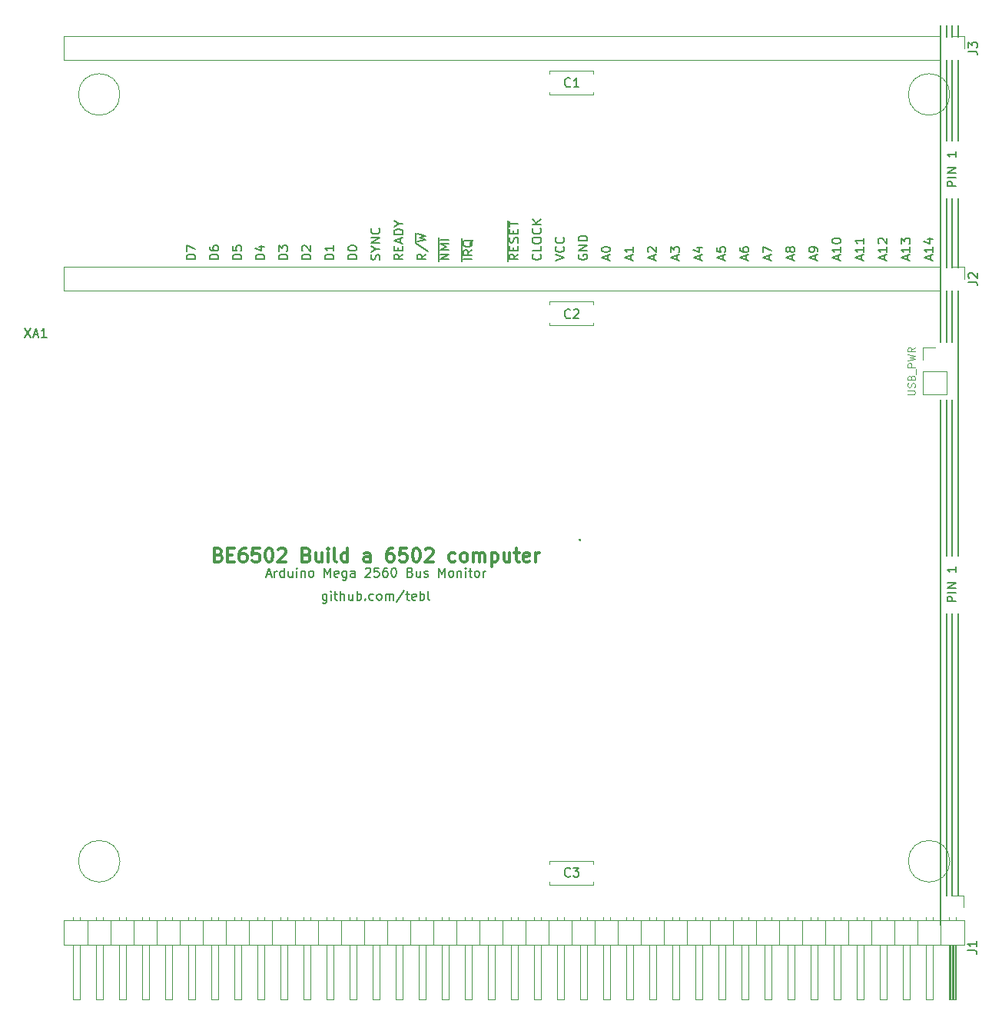
<source format=gto>
G04 #@! TF.FileFunction,Legend,Top*
%FSLAX46Y46*%
G04 Gerber Fmt 4.6, Leading zero omitted, Abs format (unit mm)*
G04 Created by KiCad (PCBNEW 4.0.7) date 11/17/19 02:37:22*
%MOMM*%
%LPD*%
G01*
G04 APERTURE LIST*
%ADD10C,0.100000*%
%ADD11C,0.150000*%
%ADD12C,0.300000*%
%ADD13C,0.200000*%
%ADD14C,0.120000*%
G04 APERTURE END LIST*
D10*
D11*
X129215238Y-110910714D02*
X129215238Y-111720238D01*
X129167619Y-111815476D01*
X129120000Y-111863095D01*
X129024761Y-111910714D01*
X128881904Y-111910714D01*
X128786666Y-111863095D01*
X129215238Y-111529762D02*
X129120000Y-111577381D01*
X128929523Y-111577381D01*
X128834285Y-111529762D01*
X128786666Y-111482143D01*
X128739047Y-111386905D01*
X128739047Y-111101190D01*
X128786666Y-111005952D01*
X128834285Y-110958333D01*
X128929523Y-110910714D01*
X129120000Y-110910714D01*
X129215238Y-110958333D01*
X129691428Y-111577381D02*
X129691428Y-110910714D01*
X129691428Y-110577381D02*
X129643809Y-110625000D01*
X129691428Y-110672619D01*
X129739047Y-110625000D01*
X129691428Y-110577381D01*
X129691428Y-110672619D01*
X130024761Y-110910714D02*
X130405713Y-110910714D01*
X130167618Y-110577381D02*
X130167618Y-111434524D01*
X130215237Y-111529762D01*
X130310475Y-111577381D01*
X130405713Y-111577381D01*
X130739047Y-111577381D02*
X130739047Y-110577381D01*
X131167619Y-111577381D02*
X131167619Y-111053571D01*
X131120000Y-110958333D01*
X131024762Y-110910714D01*
X130881904Y-110910714D01*
X130786666Y-110958333D01*
X130739047Y-111005952D01*
X132072381Y-110910714D02*
X132072381Y-111577381D01*
X131643809Y-110910714D02*
X131643809Y-111434524D01*
X131691428Y-111529762D01*
X131786666Y-111577381D01*
X131929524Y-111577381D01*
X132024762Y-111529762D01*
X132072381Y-111482143D01*
X132548571Y-111577381D02*
X132548571Y-110577381D01*
X132548571Y-110958333D02*
X132643809Y-110910714D01*
X132834286Y-110910714D01*
X132929524Y-110958333D01*
X132977143Y-111005952D01*
X133024762Y-111101190D01*
X133024762Y-111386905D01*
X132977143Y-111482143D01*
X132929524Y-111529762D01*
X132834286Y-111577381D01*
X132643809Y-111577381D01*
X132548571Y-111529762D01*
X133453333Y-111482143D02*
X133500952Y-111529762D01*
X133453333Y-111577381D01*
X133405714Y-111529762D01*
X133453333Y-111482143D01*
X133453333Y-111577381D01*
X134358095Y-111529762D02*
X134262857Y-111577381D01*
X134072380Y-111577381D01*
X133977142Y-111529762D01*
X133929523Y-111482143D01*
X133881904Y-111386905D01*
X133881904Y-111101190D01*
X133929523Y-111005952D01*
X133977142Y-110958333D01*
X134072380Y-110910714D01*
X134262857Y-110910714D01*
X134358095Y-110958333D01*
X134929523Y-111577381D02*
X134834285Y-111529762D01*
X134786666Y-111482143D01*
X134739047Y-111386905D01*
X134739047Y-111101190D01*
X134786666Y-111005952D01*
X134834285Y-110958333D01*
X134929523Y-110910714D01*
X135072381Y-110910714D01*
X135167619Y-110958333D01*
X135215238Y-111005952D01*
X135262857Y-111101190D01*
X135262857Y-111386905D01*
X135215238Y-111482143D01*
X135167619Y-111529762D01*
X135072381Y-111577381D01*
X134929523Y-111577381D01*
X135691428Y-111577381D02*
X135691428Y-110910714D01*
X135691428Y-111005952D02*
X135739047Y-110958333D01*
X135834285Y-110910714D01*
X135977143Y-110910714D01*
X136072381Y-110958333D01*
X136120000Y-111053571D01*
X136120000Y-111577381D01*
X136120000Y-111053571D02*
X136167619Y-110958333D01*
X136262857Y-110910714D01*
X136405714Y-110910714D01*
X136500952Y-110958333D01*
X136548571Y-111053571D01*
X136548571Y-111577381D01*
X137739047Y-110529762D02*
X136881904Y-111815476D01*
X137929523Y-110910714D02*
X138310475Y-110910714D01*
X138072380Y-110577381D02*
X138072380Y-111434524D01*
X138119999Y-111529762D01*
X138215237Y-111577381D01*
X138310475Y-111577381D01*
X139024762Y-111529762D02*
X138929524Y-111577381D01*
X138739047Y-111577381D01*
X138643809Y-111529762D01*
X138596190Y-111434524D01*
X138596190Y-111053571D01*
X138643809Y-110958333D01*
X138739047Y-110910714D01*
X138929524Y-110910714D01*
X139024762Y-110958333D01*
X139072381Y-111053571D01*
X139072381Y-111148810D01*
X138596190Y-111244048D01*
X139500952Y-111577381D02*
X139500952Y-110577381D01*
X139500952Y-110958333D02*
X139596190Y-110910714D01*
X139786667Y-110910714D01*
X139881905Y-110958333D01*
X139929524Y-111005952D01*
X139977143Y-111101190D01*
X139977143Y-111386905D01*
X139929524Y-111482143D01*
X139881905Y-111529762D01*
X139786667Y-111577381D01*
X139596190Y-111577381D01*
X139500952Y-111529762D01*
X140548571Y-111577381D02*
X140453333Y-111529762D01*
X140405714Y-111434524D01*
X140405714Y-110577381D01*
X122572380Y-108751667D02*
X123048571Y-108751667D01*
X122477142Y-109037381D02*
X122810475Y-108037381D01*
X123143809Y-109037381D01*
X123477142Y-109037381D02*
X123477142Y-108370714D01*
X123477142Y-108561190D02*
X123524761Y-108465952D01*
X123572380Y-108418333D01*
X123667618Y-108370714D01*
X123762857Y-108370714D01*
X124524762Y-109037381D02*
X124524762Y-108037381D01*
X124524762Y-108989762D02*
X124429524Y-109037381D01*
X124239047Y-109037381D01*
X124143809Y-108989762D01*
X124096190Y-108942143D01*
X124048571Y-108846905D01*
X124048571Y-108561190D01*
X124096190Y-108465952D01*
X124143809Y-108418333D01*
X124239047Y-108370714D01*
X124429524Y-108370714D01*
X124524762Y-108418333D01*
X125429524Y-108370714D02*
X125429524Y-109037381D01*
X125000952Y-108370714D02*
X125000952Y-108894524D01*
X125048571Y-108989762D01*
X125143809Y-109037381D01*
X125286667Y-109037381D01*
X125381905Y-108989762D01*
X125429524Y-108942143D01*
X125905714Y-109037381D02*
X125905714Y-108370714D01*
X125905714Y-108037381D02*
X125858095Y-108085000D01*
X125905714Y-108132619D01*
X125953333Y-108085000D01*
X125905714Y-108037381D01*
X125905714Y-108132619D01*
X126381904Y-108370714D02*
X126381904Y-109037381D01*
X126381904Y-108465952D02*
X126429523Y-108418333D01*
X126524761Y-108370714D01*
X126667619Y-108370714D01*
X126762857Y-108418333D01*
X126810476Y-108513571D01*
X126810476Y-109037381D01*
X127429523Y-109037381D02*
X127334285Y-108989762D01*
X127286666Y-108942143D01*
X127239047Y-108846905D01*
X127239047Y-108561190D01*
X127286666Y-108465952D01*
X127334285Y-108418333D01*
X127429523Y-108370714D01*
X127572381Y-108370714D01*
X127667619Y-108418333D01*
X127715238Y-108465952D01*
X127762857Y-108561190D01*
X127762857Y-108846905D01*
X127715238Y-108942143D01*
X127667619Y-108989762D01*
X127572381Y-109037381D01*
X127429523Y-109037381D01*
X128953333Y-109037381D02*
X128953333Y-108037381D01*
X129286667Y-108751667D01*
X129620000Y-108037381D01*
X129620000Y-109037381D01*
X130477143Y-108989762D02*
X130381905Y-109037381D01*
X130191428Y-109037381D01*
X130096190Y-108989762D01*
X130048571Y-108894524D01*
X130048571Y-108513571D01*
X130096190Y-108418333D01*
X130191428Y-108370714D01*
X130381905Y-108370714D01*
X130477143Y-108418333D01*
X130524762Y-108513571D01*
X130524762Y-108608810D01*
X130048571Y-108704048D01*
X131381905Y-108370714D02*
X131381905Y-109180238D01*
X131334286Y-109275476D01*
X131286667Y-109323095D01*
X131191428Y-109370714D01*
X131048571Y-109370714D01*
X130953333Y-109323095D01*
X131381905Y-108989762D02*
X131286667Y-109037381D01*
X131096190Y-109037381D01*
X131000952Y-108989762D01*
X130953333Y-108942143D01*
X130905714Y-108846905D01*
X130905714Y-108561190D01*
X130953333Y-108465952D01*
X131000952Y-108418333D01*
X131096190Y-108370714D01*
X131286667Y-108370714D01*
X131381905Y-108418333D01*
X132286667Y-109037381D02*
X132286667Y-108513571D01*
X132239048Y-108418333D01*
X132143810Y-108370714D01*
X131953333Y-108370714D01*
X131858095Y-108418333D01*
X132286667Y-108989762D02*
X132191429Y-109037381D01*
X131953333Y-109037381D01*
X131858095Y-108989762D01*
X131810476Y-108894524D01*
X131810476Y-108799286D01*
X131858095Y-108704048D01*
X131953333Y-108656429D01*
X132191429Y-108656429D01*
X132286667Y-108608810D01*
X133477143Y-108132619D02*
X133524762Y-108085000D01*
X133620000Y-108037381D01*
X133858096Y-108037381D01*
X133953334Y-108085000D01*
X134000953Y-108132619D01*
X134048572Y-108227857D01*
X134048572Y-108323095D01*
X134000953Y-108465952D01*
X133429524Y-109037381D01*
X134048572Y-109037381D01*
X134953334Y-108037381D02*
X134477143Y-108037381D01*
X134429524Y-108513571D01*
X134477143Y-108465952D01*
X134572381Y-108418333D01*
X134810477Y-108418333D01*
X134905715Y-108465952D01*
X134953334Y-108513571D01*
X135000953Y-108608810D01*
X135000953Y-108846905D01*
X134953334Y-108942143D01*
X134905715Y-108989762D01*
X134810477Y-109037381D01*
X134572381Y-109037381D01*
X134477143Y-108989762D01*
X134429524Y-108942143D01*
X135858096Y-108037381D02*
X135667619Y-108037381D01*
X135572381Y-108085000D01*
X135524762Y-108132619D01*
X135429524Y-108275476D01*
X135381905Y-108465952D01*
X135381905Y-108846905D01*
X135429524Y-108942143D01*
X135477143Y-108989762D01*
X135572381Y-109037381D01*
X135762858Y-109037381D01*
X135858096Y-108989762D01*
X135905715Y-108942143D01*
X135953334Y-108846905D01*
X135953334Y-108608810D01*
X135905715Y-108513571D01*
X135858096Y-108465952D01*
X135762858Y-108418333D01*
X135572381Y-108418333D01*
X135477143Y-108465952D01*
X135429524Y-108513571D01*
X135381905Y-108608810D01*
X136572381Y-108037381D02*
X136667620Y-108037381D01*
X136762858Y-108085000D01*
X136810477Y-108132619D01*
X136858096Y-108227857D01*
X136905715Y-108418333D01*
X136905715Y-108656429D01*
X136858096Y-108846905D01*
X136810477Y-108942143D01*
X136762858Y-108989762D01*
X136667620Y-109037381D01*
X136572381Y-109037381D01*
X136477143Y-108989762D01*
X136429524Y-108942143D01*
X136381905Y-108846905D01*
X136334286Y-108656429D01*
X136334286Y-108418333D01*
X136381905Y-108227857D01*
X136429524Y-108132619D01*
X136477143Y-108085000D01*
X136572381Y-108037381D01*
X138429525Y-108513571D02*
X138572382Y-108561190D01*
X138620001Y-108608810D01*
X138667620Y-108704048D01*
X138667620Y-108846905D01*
X138620001Y-108942143D01*
X138572382Y-108989762D01*
X138477144Y-109037381D01*
X138096191Y-109037381D01*
X138096191Y-108037381D01*
X138429525Y-108037381D01*
X138524763Y-108085000D01*
X138572382Y-108132619D01*
X138620001Y-108227857D01*
X138620001Y-108323095D01*
X138572382Y-108418333D01*
X138524763Y-108465952D01*
X138429525Y-108513571D01*
X138096191Y-108513571D01*
X139524763Y-108370714D02*
X139524763Y-109037381D01*
X139096191Y-108370714D02*
X139096191Y-108894524D01*
X139143810Y-108989762D01*
X139239048Y-109037381D01*
X139381906Y-109037381D01*
X139477144Y-108989762D01*
X139524763Y-108942143D01*
X139953334Y-108989762D02*
X140048572Y-109037381D01*
X140239048Y-109037381D01*
X140334287Y-108989762D01*
X140381906Y-108894524D01*
X140381906Y-108846905D01*
X140334287Y-108751667D01*
X140239048Y-108704048D01*
X140096191Y-108704048D01*
X140000953Y-108656429D01*
X139953334Y-108561190D01*
X139953334Y-108513571D01*
X140000953Y-108418333D01*
X140096191Y-108370714D01*
X140239048Y-108370714D01*
X140334287Y-108418333D01*
X141572382Y-109037381D02*
X141572382Y-108037381D01*
X141905716Y-108751667D01*
X142239049Y-108037381D01*
X142239049Y-109037381D01*
X142858096Y-109037381D02*
X142762858Y-108989762D01*
X142715239Y-108942143D01*
X142667620Y-108846905D01*
X142667620Y-108561190D01*
X142715239Y-108465952D01*
X142762858Y-108418333D01*
X142858096Y-108370714D01*
X143000954Y-108370714D01*
X143096192Y-108418333D01*
X143143811Y-108465952D01*
X143191430Y-108561190D01*
X143191430Y-108846905D01*
X143143811Y-108942143D01*
X143096192Y-108989762D01*
X143000954Y-109037381D01*
X142858096Y-109037381D01*
X143620001Y-108370714D02*
X143620001Y-109037381D01*
X143620001Y-108465952D02*
X143667620Y-108418333D01*
X143762858Y-108370714D01*
X143905716Y-108370714D01*
X144000954Y-108418333D01*
X144048573Y-108513571D01*
X144048573Y-109037381D01*
X144524763Y-109037381D02*
X144524763Y-108370714D01*
X144524763Y-108037381D02*
X144477144Y-108085000D01*
X144524763Y-108132619D01*
X144572382Y-108085000D01*
X144524763Y-108037381D01*
X144524763Y-108132619D01*
X144858096Y-108370714D02*
X145239048Y-108370714D01*
X145000953Y-108037381D02*
X145000953Y-108894524D01*
X145048572Y-108989762D01*
X145143810Y-109037381D01*
X145239048Y-109037381D01*
X145715239Y-109037381D02*
X145620001Y-108989762D01*
X145572382Y-108942143D01*
X145524763Y-108846905D01*
X145524763Y-108561190D01*
X145572382Y-108465952D01*
X145620001Y-108418333D01*
X145715239Y-108370714D01*
X145858097Y-108370714D01*
X145953335Y-108418333D01*
X146000954Y-108465952D01*
X146048573Y-108561190D01*
X146048573Y-108846905D01*
X146000954Y-108942143D01*
X145953335Y-108989762D01*
X145858097Y-109037381D01*
X145715239Y-109037381D01*
X146477144Y-109037381D02*
X146477144Y-108370714D01*
X146477144Y-108561190D02*
X146524763Y-108465952D01*
X146572382Y-108418333D01*
X146667620Y-108370714D01*
X146762859Y-108370714D01*
D12*
X117298574Y-106572857D02*
X117512860Y-106644286D01*
X117584288Y-106715714D01*
X117655717Y-106858571D01*
X117655717Y-107072857D01*
X117584288Y-107215714D01*
X117512860Y-107287143D01*
X117370002Y-107358571D01*
X116798574Y-107358571D01*
X116798574Y-105858571D01*
X117298574Y-105858571D01*
X117441431Y-105930000D01*
X117512860Y-106001429D01*
X117584288Y-106144286D01*
X117584288Y-106287143D01*
X117512860Y-106430000D01*
X117441431Y-106501429D01*
X117298574Y-106572857D01*
X116798574Y-106572857D01*
X118298574Y-106572857D02*
X118798574Y-106572857D01*
X119012860Y-107358571D02*
X118298574Y-107358571D01*
X118298574Y-105858571D01*
X119012860Y-105858571D01*
X120298574Y-105858571D02*
X120012860Y-105858571D01*
X119870003Y-105930000D01*
X119798574Y-106001429D01*
X119655717Y-106215714D01*
X119584288Y-106501429D01*
X119584288Y-107072857D01*
X119655717Y-107215714D01*
X119727145Y-107287143D01*
X119870003Y-107358571D01*
X120155717Y-107358571D01*
X120298574Y-107287143D01*
X120370003Y-107215714D01*
X120441431Y-107072857D01*
X120441431Y-106715714D01*
X120370003Y-106572857D01*
X120298574Y-106501429D01*
X120155717Y-106430000D01*
X119870003Y-106430000D01*
X119727145Y-106501429D01*
X119655717Y-106572857D01*
X119584288Y-106715714D01*
X121798574Y-105858571D02*
X121084288Y-105858571D01*
X121012859Y-106572857D01*
X121084288Y-106501429D01*
X121227145Y-106430000D01*
X121584288Y-106430000D01*
X121727145Y-106501429D01*
X121798574Y-106572857D01*
X121870002Y-106715714D01*
X121870002Y-107072857D01*
X121798574Y-107215714D01*
X121727145Y-107287143D01*
X121584288Y-107358571D01*
X121227145Y-107358571D01*
X121084288Y-107287143D01*
X121012859Y-107215714D01*
X122798573Y-105858571D02*
X122941430Y-105858571D01*
X123084287Y-105930000D01*
X123155716Y-106001429D01*
X123227145Y-106144286D01*
X123298573Y-106430000D01*
X123298573Y-106787143D01*
X123227145Y-107072857D01*
X123155716Y-107215714D01*
X123084287Y-107287143D01*
X122941430Y-107358571D01*
X122798573Y-107358571D01*
X122655716Y-107287143D01*
X122584287Y-107215714D01*
X122512859Y-107072857D01*
X122441430Y-106787143D01*
X122441430Y-106430000D01*
X122512859Y-106144286D01*
X122584287Y-106001429D01*
X122655716Y-105930000D01*
X122798573Y-105858571D01*
X123870001Y-106001429D02*
X123941430Y-105930000D01*
X124084287Y-105858571D01*
X124441430Y-105858571D01*
X124584287Y-105930000D01*
X124655716Y-106001429D01*
X124727144Y-106144286D01*
X124727144Y-106287143D01*
X124655716Y-106501429D01*
X123798573Y-107358571D01*
X124727144Y-107358571D01*
X127012858Y-106572857D02*
X127227144Y-106644286D01*
X127298572Y-106715714D01*
X127370001Y-106858571D01*
X127370001Y-107072857D01*
X127298572Y-107215714D01*
X127227144Y-107287143D01*
X127084286Y-107358571D01*
X126512858Y-107358571D01*
X126512858Y-105858571D01*
X127012858Y-105858571D01*
X127155715Y-105930000D01*
X127227144Y-106001429D01*
X127298572Y-106144286D01*
X127298572Y-106287143D01*
X127227144Y-106430000D01*
X127155715Y-106501429D01*
X127012858Y-106572857D01*
X126512858Y-106572857D01*
X128655715Y-106358571D02*
X128655715Y-107358571D01*
X128012858Y-106358571D02*
X128012858Y-107144286D01*
X128084286Y-107287143D01*
X128227144Y-107358571D01*
X128441429Y-107358571D01*
X128584286Y-107287143D01*
X128655715Y-107215714D01*
X129370001Y-107358571D02*
X129370001Y-106358571D01*
X129370001Y-105858571D02*
X129298572Y-105930000D01*
X129370001Y-106001429D01*
X129441429Y-105930000D01*
X129370001Y-105858571D01*
X129370001Y-106001429D01*
X130298573Y-107358571D02*
X130155715Y-107287143D01*
X130084287Y-107144286D01*
X130084287Y-105858571D01*
X131512858Y-107358571D02*
X131512858Y-105858571D01*
X131512858Y-107287143D02*
X131370001Y-107358571D01*
X131084287Y-107358571D01*
X130941429Y-107287143D01*
X130870001Y-107215714D01*
X130798572Y-107072857D01*
X130798572Y-106644286D01*
X130870001Y-106501429D01*
X130941429Y-106430000D01*
X131084287Y-106358571D01*
X131370001Y-106358571D01*
X131512858Y-106430000D01*
X134012858Y-107358571D02*
X134012858Y-106572857D01*
X133941429Y-106430000D01*
X133798572Y-106358571D01*
X133512858Y-106358571D01*
X133370001Y-106430000D01*
X134012858Y-107287143D02*
X133870001Y-107358571D01*
X133512858Y-107358571D01*
X133370001Y-107287143D01*
X133298572Y-107144286D01*
X133298572Y-107001429D01*
X133370001Y-106858571D01*
X133512858Y-106787143D01*
X133870001Y-106787143D01*
X134012858Y-106715714D01*
X136512858Y-105858571D02*
X136227144Y-105858571D01*
X136084287Y-105930000D01*
X136012858Y-106001429D01*
X135870001Y-106215714D01*
X135798572Y-106501429D01*
X135798572Y-107072857D01*
X135870001Y-107215714D01*
X135941429Y-107287143D01*
X136084287Y-107358571D01*
X136370001Y-107358571D01*
X136512858Y-107287143D01*
X136584287Y-107215714D01*
X136655715Y-107072857D01*
X136655715Y-106715714D01*
X136584287Y-106572857D01*
X136512858Y-106501429D01*
X136370001Y-106430000D01*
X136084287Y-106430000D01*
X135941429Y-106501429D01*
X135870001Y-106572857D01*
X135798572Y-106715714D01*
X138012858Y-105858571D02*
X137298572Y-105858571D01*
X137227143Y-106572857D01*
X137298572Y-106501429D01*
X137441429Y-106430000D01*
X137798572Y-106430000D01*
X137941429Y-106501429D01*
X138012858Y-106572857D01*
X138084286Y-106715714D01*
X138084286Y-107072857D01*
X138012858Y-107215714D01*
X137941429Y-107287143D01*
X137798572Y-107358571D01*
X137441429Y-107358571D01*
X137298572Y-107287143D01*
X137227143Y-107215714D01*
X139012857Y-105858571D02*
X139155714Y-105858571D01*
X139298571Y-105930000D01*
X139370000Y-106001429D01*
X139441429Y-106144286D01*
X139512857Y-106430000D01*
X139512857Y-106787143D01*
X139441429Y-107072857D01*
X139370000Y-107215714D01*
X139298571Y-107287143D01*
X139155714Y-107358571D01*
X139012857Y-107358571D01*
X138870000Y-107287143D01*
X138798571Y-107215714D01*
X138727143Y-107072857D01*
X138655714Y-106787143D01*
X138655714Y-106430000D01*
X138727143Y-106144286D01*
X138798571Y-106001429D01*
X138870000Y-105930000D01*
X139012857Y-105858571D01*
X140084285Y-106001429D02*
X140155714Y-105930000D01*
X140298571Y-105858571D01*
X140655714Y-105858571D01*
X140798571Y-105930000D01*
X140870000Y-106001429D01*
X140941428Y-106144286D01*
X140941428Y-106287143D01*
X140870000Y-106501429D01*
X140012857Y-107358571D01*
X140941428Y-107358571D01*
X143369999Y-107287143D02*
X143227142Y-107358571D01*
X142941428Y-107358571D01*
X142798570Y-107287143D01*
X142727142Y-107215714D01*
X142655713Y-107072857D01*
X142655713Y-106644286D01*
X142727142Y-106501429D01*
X142798570Y-106430000D01*
X142941428Y-106358571D01*
X143227142Y-106358571D01*
X143369999Y-106430000D01*
X144227142Y-107358571D02*
X144084284Y-107287143D01*
X144012856Y-107215714D01*
X143941427Y-107072857D01*
X143941427Y-106644286D01*
X144012856Y-106501429D01*
X144084284Y-106430000D01*
X144227142Y-106358571D01*
X144441427Y-106358571D01*
X144584284Y-106430000D01*
X144655713Y-106501429D01*
X144727142Y-106644286D01*
X144727142Y-107072857D01*
X144655713Y-107215714D01*
X144584284Y-107287143D01*
X144441427Y-107358571D01*
X144227142Y-107358571D01*
X145369999Y-107358571D02*
X145369999Y-106358571D01*
X145369999Y-106501429D02*
X145441427Y-106430000D01*
X145584285Y-106358571D01*
X145798570Y-106358571D01*
X145941427Y-106430000D01*
X146012856Y-106572857D01*
X146012856Y-107358571D01*
X146012856Y-106572857D02*
X146084285Y-106430000D01*
X146227142Y-106358571D01*
X146441427Y-106358571D01*
X146584285Y-106430000D01*
X146655713Y-106572857D01*
X146655713Y-107358571D01*
X147369999Y-106358571D02*
X147369999Y-107858571D01*
X147369999Y-106430000D02*
X147512856Y-106358571D01*
X147798570Y-106358571D01*
X147941427Y-106430000D01*
X148012856Y-106501429D01*
X148084285Y-106644286D01*
X148084285Y-107072857D01*
X148012856Y-107215714D01*
X147941427Y-107287143D01*
X147798570Y-107358571D01*
X147512856Y-107358571D01*
X147369999Y-107287143D01*
X149369999Y-106358571D02*
X149369999Y-107358571D01*
X148727142Y-106358571D02*
X148727142Y-107144286D01*
X148798570Y-107287143D01*
X148941428Y-107358571D01*
X149155713Y-107358571D01*
X149298570Y-107287143D01*
X149369999Y-107215714D01*
X149869999Y-106358571D02*
X150441428Y-106358571D01*
X150084285Y-105858571D02*
X150084285Y-107144286D01*
X150155713Y-107287143D01*
X150298571Y-107358571D01*
X150441428Y-107358571D01*
X151512856Y-107287143D02*
X151369999Y-107358571D01*
X151084285Y-107358571D01*
X150941428Y-107287143D01*
X150869999Y-107144286D01*
X150869999Y-106572857D01*
X150941428Y-106430000D01*
X151084285Y-106358571D01*
X151369999Y-106358571D01*
X151512856Y-106430000D01*
X151584285Y-106572857D01*
X151584285Y-106715714D01*
X150869999Y-106858571D01*
X152227142Y-107358571D02*
X152227142Y-106358571D01*
X152227142Y-106644286D02*
X152298570Y-106501429D01*
X152369999Y-106430000D01*
X152512856Y-106358571D01*
X152655713Y-106358571D01*
D11*
X135024762Y-74104524D02*
X135072381Y-73961667D01*
X135072381Y-73723571D01*
X135024762Y-73628333D01*
X134977143Y-73580714D01*
X134881905Y-73533095D01*
X134786667Y-73533095D01*
X134691429Y-73580714D01*
X134643810Y-73628333D01*
X134596190Y-73723571D01*
X134548571Y-73914048D01*
X134500952Y-74009286D01*
X134453333Y-74056905D01*
X134358095Y-74104524D01*
X134262857Y-74104524D01*
X134167619Y-74056905D01*
X134120000Y-74009286D01*
X134072381Y-73914048D01*
X134072381Y-73675952D01*
X134120000Y-73533095D01*
X134596190Y-72914048D02*
X135072381Y-72914048D01*
X134072381Y-73247381D02*
X134596190Y-72914048D01*
X134072381Y-72580714D01*
X135072381Y-72247381D02*
X134072381Y-72247381D01*
X135072381Y-71675952D01*
X134072381Y-71675952D01*
X134977143Y-70628333D02*
X135024762Y-70675952D01*
X135072381Y-70818809D01*
X135072381Y-70914047D01*
X135024762Y-71056905D01*
X134929524Y-71152143D01*
X134834286Y-71199762D01*
X134643810Y-71247381D01*
X134500952Y-71247381D01*
X134310476Y-71199762D01*
X134215238Y-71152143D01*
X134120000Y-71056905D01*
X134072381Y-70914047D01*
X134072381Y-70818809D01*
X134120000Y-70675952D01*
X134167619Y-70628333D01*
X137612381Y-73485476D02*
X137136190Y-73818810D01*
X137612381Y-74056905D02*
X136612381Y-74056905D01*
X136612381Y-73675952D01*
X136660000Y-73580714D01*
X136707619Y-73533095D01*
X136802857Y-73485476D01*
X136945714Y-73485476D01*
X137040952Y-73533095D01*
X137088571Y-73580714D01*
X137136190Y-73675952D01*
X137136190Y-74056905D01*
X137088571Y-73056905D02*
X137088571Y-72723571D01*
X137612381Y-72580714D02*
X137612381Y-73056905D01*
X136612381Y-73056905D01*
X136612381Y-72580714D01*
X137326667Y-72199762D02*
X137326667Y-71723571D01*
X137612381Y-72295000D02*
X136612381Y-71961667D01*
X137612381Y-71628333D01*
X137612381Y-71295000D02*
X136612381Y-71295000D01*
X136612381Y-71056905D01*
X136660000Y-70914047D01*
X136755238Y-70818809D01*
X136850476Y-70771190D01*
X137040952Y-70723571D01*
X137183810Y-70723571D01*
X137374286Y-70771190D01*
X137469524Y-70818809D01*
X137564762Y-70914047D01*
X137612381Y-71056905D01*
X137612381Y-71295000D01*
X137136190Y-70104524D02*
X137612381Y-70104524D01*
X136612381Y-70437857D02*
X137136190Y-70104524D01*
X136612381Y-69771190D01*
X140152381Y-73485476D02*
X139676190Y-73818810D01*
X140152381Y-74056905D02*
X139152381Y-74056905D01*
X139152381Y-73675952D01*
X139200000Y-73580714D01*
X139247619Y-73533095D01*
X139342857Y-73485476D01*
X139485714Y-73485476D01*
X139580952Y-73533095D01*
X139628571Y-73580714D01*
X139676190Y-73675952D01*
X139676190Y-74056905D01*
X139104762Y-72342619D02*
X140390476Y-73199762D01*
X139152381Y-72104524D02*
X140152381Y-71866429D01*
X139438095Y-71675952D01*
X140152381Y-71485476D01*
X139152381Y-71247381D01*
X138980000Y-72247381D02*
X138980000Y-71104524D01*
X142692381Y-74056905D02*
X141692381Y-74056905D01*
X142692381Y-73485476D01*
X141692381Y-73485476D01*
X142692381Y-73009286D02*
X141692381Y-73009286D01*
X142406667Y-72675952D01*
X141692381Y-72342619D01*
X142692381Y-72342619D01*
X142692381Y-71866429D02*
X141692381Y-71866429D01*
X141520000Y-74295000D02*
X141520000Y-71628334D01*
X145232381Y-74056905D02*
X144232381Y-74056905D01*
X145232381Y-73009286D02*
X144756190Y-73342620D01*
X145232381Y-73580715D02*
X144232381Y-73580715D01*
X144232381Y-73199762D01*
X144280000Y-73104524D01*
X144327619Y-73056905D01*
X144422857Y-73009286D01*
X144565714Y-73009286D01*
X144660952Y-73056905D01*
X144708571Y-73104524D01*
X144756190Y-73199762D01*
X144756190Y-73580715D01*
X145327619Y-71914048D02*
X145280000Y-72009286D01*
X145184762Y-72104524D01*
X145041905Y-72247381D01*
X144994286Y-72342620D01*
X144994286Y-72437858D01*
X145232381Y-72390239D02*
X145184762Y-72485477D01*
X145089524Y-72580715D01*
X144899048Y-72628334D01*
X144565714Y-72628334D01*
X144375238Y-72580715D01*
X144280000Y-72485477D01*
X144232381Y-72390239D01*
X144232381Y-72199762D01*
X144280000Y-72104524D01*
X144375238Y-72009286D01*
X144565714Y-71961667D01*
X144899048Y-71961667D01*
X145089524Y-72009286D01*
X145184762Y-72104524D01*
X145232381Y-72199762D01*
X145232381Y-72390239D01*
X144060000Y-74295000D02*
X144060000Y-71771191D01*
X150312381Y-73485476D02*
X149836190Y-73818810D01*
X150312381Y-74056905D02*
X149312381Y-74056905D01*
X149312381Y-73675952D01*
X149360000Y-73580714D01*
X149407619Y-73533095D01*
X149502857Y-73485476D01*
X149645714Y-73485476D01*
X149740952Y-73533095D01*
X149788571Y-73580714D01*
X149836190Y-73675952D01*
X149836190Y-74056905D01*
X149788571Y-73056905D02*
X149788571Y-72723571D01*
X150312381Y-72580714D02*
X150312381Y-73056905D01*
X149312381Y-73056905D01*
X149312381Y-72580714D01*
X150264762Y-72199762D02*
X150312381Y-72056905D01*
X150312381Y-71818809D01*
X150264762Y-71723571D01*
X150217143Y-71675952D01*
X150121905Y-71628333D01*
X150026667Y-71628333D01*
X149931429Y-71675952D01*
X149883810Y-71723571D01*
X149836190Y-71818809D01*
X149788571Y-72009286D01*
X149740952Y-72104524D01*
X149693333Y-72152143D01*
X149598095Y-72199762D01*
X149502857Y-72199762D01*
X149407619Y-72152143D01*
X149360000Y-72104524D01*
X149312381Y-72009286D01*
X149312381Y-71771190D01*
X149360000Y-71628333D01*
X149788571Y-71199762D02*
X149788571Y-70866428D01*
X150312381Y-70723571D02*
X150312381Y-71199762D01*
X149312381Y-71199762D01*
X149312381Y-70723571D01*
X149312381Y-70437857D02*
X149312381Y-69866428D01*
X150312381Y-70152143D02*
X149312381Y-70152143D01*
X149140000Y-74295000D02*
X149140000Y-69771190D01*
X152757143Y-73485476D02*
X152804762Y-73533095D01*
X152852381Y-73675952D01*
X152852381Y-73771190D01*
X152804762Y-73914048D01*
X152709524Y-74009286D01*
X152614286Y-74056905D01*
X152423810Y-74104524D01*
X152280952Y-74104524D01*
X152090476Y-74056905D01*
X151995238Y-74009286D01*
X151900000Y-73914048D01*
X151852381Y-73771190D01*
X151852381Y-73675952D01*
X151900000Y-73533095D01*
X151947619Y-73485476D01*
X152852381Y-72580714D02*
X152852381Y-73056905D01*
X151852381Y-73056905D01*
X151852381Y-72056905D02*
X151852381Y-71866428D01*
X151900000Y-71771190D01*
X151995238Y-71675952D01*
X152185714Y-71628333D01*
X152519048Y-71628333D01*
X152709524Y-71675952D01*
X152804762Y-71771190D01*
X152852381Y-71866428D01*
X152852381Y-72056905D01*
X152804762Y-72152143D01*
X152709524Y-72247381D01*
X152519048Y-72295000D01*
X152185714Y-72295000D01*
X151995238Y-72247381D01*
X151900000Y-72152143D01*
X151852381Y-72056905D01*
X152757143Y-70628333D02*
X152804762Y-70675952D01*
X152852381Y-70818809D01*
X152852381Y-70914047D01*
X152804762Y-71056905D01*
X152709524Y-71152143D01*
X152614286Y-71199762D01*
X152423810Y-71247381D01*
X152280952Y-71247381D01*
X152090476Y-71199762D01*
X151995238Y-71152143D01*
X151900000Y-71056905D01*
X151852381Y-70914047D01*
X151852381Y-70818809D01*
X151900000Y-70675952D01*
X151947619Y-70628333D01*
X152852381Y-70199762D02*
X151852381Y-70199762D01*
X152852381Y-69628333D02*
X152280952Y-70056905D01*
X151852381Y-69628333D02*
X152423810Y-70199762D01*
X154392381Y-74199762D02*
X155392381Y-73866429D01*
X154392381Y-73533095D01*
X155297143Y-72628333D02*
X155344762Y-72675952D01*
X155392381Y-72818809D01*
X155392381Y-72914047D01*
X155344762Y-73056905D01*
X155249524Y-73152143D01*
X155154286Y-73199762D01*
X154963810Y-73247381D01*
X154820952Y-73247381D01*
X154630476Y-73199762D01*
X154535238Y-73152143D01*
X154440000Y-73056905D01*
X154392381Y-72914047D01*
X154392381Y-72818809D01*
X154440000Y-72675952D01*
X154487619Y-72628333D01*
X155297143Y-71628333D02*
X155344762Y-71675952D01*
X155392381Y-71818809D01*
X155392381Y-71914047D01*
X155344762Y-72056905D01*
X155249524Y-72152143D01*
X155154286Y-72199762D01*
X154963810Y-72247381D01*
X154820952Y-72247381D01*
X154630476Y-72199762D01*
X154535238Y-72152143D01*
X154440000Y-72056905D01*
X154392381Y-71914047D01*
X154392381Y-71818809D01*
X154440000Y-71675952D01*
X154487619Y-71628333D01*
X156980000Y-73533095D02*
X156932381Y-73628333D01*
X156932381Y-73771190D01*
X156980000Y-73914048D01*
X157075238Y-74009286D01*
X157170476Y-74056905D01*
X157360952Y-74104524D01*
X157503810Y-74104524D01*
X157694286Y-74056905D01*
X157789524Y-74009286D01*
X157884762Y-73914048D01*
X157932381Y-73771190D01*
X157932381Y-73675952D01*
X157884762Y-73533095D01*
X157837143Y-73485476D01*
X157503810Y-73485476D01*
X157503810Y-73675952D01*
X157932381Y-73056905D02*
X156932381Y-73056905D01*
X157932381Y-72485476D01*
X156932381Y-72485476D01*
X157932381Y-72009286D02*
X156932381Y-72009286D01*
X156932381Y-71771191D01*
X156980000Y-71628333D01*
X157075238Y-71533095D01*
X157170476Y-71485476D01*
X157360952Y-71437857D01*
X157503810Y-71437857D01*
X157694286Y-71485476D01*
X157789524Y-71533095D01*
X157884762Y-71628333D01*
X157932381Y-71771191D01*
X157932381Y-72009286D01*
X195746667Y-74104524D02*
X195746667Y-73628333D01*
X196032381Y-74199762D02*
X195032381Y-73866429D01*
X196032381Y-73533095D01*
X196032381Y-72675952D02*
X196032381Y-73247381D01*
X196032381Y-72961667D02*
X195032381Y-72961667D01*
X195175238Y-73056905D01*
X195270476Y-73152143D01*
X195318095Y-73247381D01*
X195365714Y-71818809D02*
X196032381Y-71818809D01*
X194984762Y-72056905D02*
X195699048Y-72295000D01*
X195699048Y-71675952D01*
X193206667Y-74104524D02*
X193206667Y-73628333D01*
X193492381Y-74199762D02*
X192492381Y-73866429D01*
X193492381Y-73533095D01*
X193492381Y-72675952D02*
X193492381Y-73247381D01*
X193492381Y-72961667D02*
X192492381Y-72961667D01*
X192635238Y-73056905D01*
X192730476Y-73152143D01*
X192778095Y-73247381D01*
X192492381Y-72342619D02*
X192492381Y-71723571D01*
X192873333Y-72056905D01*
X192873333Y-71914047D01*
X192920952Y-71818809D01*
X192968571Y-71771190D01*
X193063810Y-71723571D01*
X193301905Y-71723571D01*
X193397143Y-71771190D01*
X193444762Y-71818809D01*
X193492381Y-71914047D01*
X193492381Y-72199762D01*
X193444762Y-72295000D01*
X193397143Y-72342619D01*
X190666667Y-74104524D02*
X190666667Y-73628333D01*
X190952381Y-74199762D02*
X189952381Y-73866429D01*
X190952381Y-73533095D01*
X190952381Y-72675952D02*
X190952381Y-73247381D01*
X190952381Y-72961667D02*
X189952381Y-72961667D01*
X190095238Y-73056905D01*
X190190476Y-73152143D01*
X190238095Y-73247381D01*
X190047619Y-72295000D02*
X190000000Y-72247381D01*
X189952381Y-72152143D01*
X189952381Y-71914047D01*
X190000000Y-71818809D01*
X190047619Y-71771190D01*
X190142857Y-71723571D01*
X190238095Y-71723571D01*
X190380952Y-71771190D01*
X190952381Y-72342619D01*
X190952381Y-71723571D01*
X188126667Y-74104524D02*
X188126667Y-73628333D01*
X188412381Y-74199762D02*
X187412381Y-73866429D01*
X188412381Y-73533095D01*
X188412381Y-72675952D02*
X188412381Y-73247381D01*
X188412381Y-72961667D02*
X187412381Y-72961667D01*
X187555238Y-73056905D01*
X187650476Y-73152143D01*
X187698095Y-73247381D01*
X188412381Y-71723571D02*
X188412381Y-72295000D01*
X188412381Y-72009286D02*
X187412381Y-72009286D01*
X187555238Y-72104524D01*
X187650476Y-72199762D01*
X187698095Y-72295000D01*
X185586667Y-74104524D02*
X185586667Y-73628333D01*
X185872381Y-74199762D02*
X184872381Y-73866429D01*
X185872381Y-73533095D01*
X185872381Y-72675952D02*
X185872381Y-73247381D01*
X185872381Y-72961667D02*
X184872381Y-72961667D01*
X185015238Y-73056905D01*
X185110476Y-73152143D01*
X185158095Y-73247381D01*
X184872381Y-72056905D02*
X184872381Y-71961666D01*
X184920000Y-71866428D01*
X184967619Y-71818809D01*
X185062857Y-71771190D01*
X185253333Y-71723571D01*
X185491429Y-71723571D01*
X185681905Y-71771190D01*
X185777143Y-71818809D01*
X185824762Y-71866428D01*
X185872381Y-71961666D01*
X185872381Y-72056905D01*
X185824762Y-72152143D01*
X185777143Y-72199762D01*
X185681905Y-72247381D01*
X185491429Y-72295000D01*
X185253333Y-72295000D01*
X185062857Y-72247381D01*
X184967619Y-72199762D01*
X184920000Y-72152143D01*
X184872381Y-72056905D01*
X183046667Y-74104524D02*
X183046667Y-73628333D01*
X183332381Y-74199762D02*
X182332381Y-73866429D01*
X183332381Y-73533095D01*
X183332381Y-73152143D02*
X183332381Y-72961667D01*
X183284762Y-72866428D01*
X183237143Y-72818809D01*
X183094286Y-72723571D01*
X182903810Y-72675952D01*
X182522857Y-72675952D01*
X182427619Y-72723571D01*
X182380000Y-72771190D01*
X182332381Y-72866428D01*
X182332381Y-73056905D01*
X182380000Y-73152143D01*
X182427619Y-73199762D01*
X182522857Y-73247381D01*
X182760952Y-73247381D01*
X182856190Y-73199762D01*
X182903810Y-73152143D01*
X182951429Y-73056905D01*
X182951429Y-72866428D01*
X182903810Y-72771190D01*
X182856190Y-72723571D01*
X182760952Y-72675952D01*
X180506667Y-74104524D02*
X180506667Y-73628333D01*
X180792381Y-74199762D02*
X179792381Y-73866429D01*
X180792381Y-73533095D01*
X180220952Y-73056905D02*
X180173333Y-73152143D01*
X180125714Y-73199762D01*
X180030476Y-73247381D01*
X179982857Y-73247381D01*
X179887619Y-73199762D01*
X179840000Y-73152143D01*
X179792381Y-73056905D01*
X179792381Y-72866428D01*
X179840000Y-72771190D01*
X179887619Y-72723571D01*
X179982857Y-72675952D01*
X180030476Y-72675952D01*
X180125714Y-72723571D01*
X180173333Y-72771190D01*
X180220952Y-72866428D01*
X180220952Y-73056905D01*
X180268571Y-73152143D01*
X180316190Y-73199762D01*
X180411429Y-73247381D01*
X180601905Y-73247381D01*
X180697143Y-73199762D01*
X180744762Y-73152143D01*
X180792381Y-73056905D01*
X180792381Y-72866428D01*
X180744762Y-72771190D01*
X180697143Y-72723571D01*
X180601905Y-72675952D01*
X180411429Y-72675952D01*
X180316190Y-72723571D01*
X180268571Y-72771190D01*
X180220952Y-72866428D01*
X177966667Y-74104524D02*
X177966667Y-73628333D01*
X178252381Y-74199762D02*
X177252381Y-73866429D01*
X178252381Y-73533095D01*
X177252381Y-73295000D02*
X177252381Y-72628333D01*
X178252381Y-73056905D01*
X175426667Y-74104524D02*
X175426667Y-73628333D01*
X175712381Y-74199762D02*
X174712381Y-73866429D01*
X175712381Y-73533095D01*
X174712381Y-72771190D02*
X174712381Y-72961667D01*
X174760000Y-73056905D01*
X174807619Y-73104524D01*
X174950476Y-73199762D01*
X175140952Y-73247381D01*
X175521905Y-73247381D01*
X175617143Y-73199762D01*
X175664762Y-73152143D01*
X175712381Y-73056905D01*
X175712381Y-72866428D01*
X175664762Y-72771190D01*
X175617143Y-72723571D01*
X175521905Y-72675952D01*
X175283810Y-72675952D01*
X175188571Y-72723571D01*
X175140952Y-72771190D01*
X175093333Y-72866428D01*
X175093333Y-73056905D01*
X175140952Y-73152143D01*
X175188571Y-73199762D01*
X175283810Y-73247381D01*
X172886667Y-74104524D02*
X172886667Y-73628333D01*
X173172381Y-74199762D02*
X172172381Y-73866429D01*
X173172381Y-73533095D01*
X172172381Y-72723571D02*
X172172381Y-73199762D01*
X172648571Y-73247381D01*
X172600952Y-73199762D01*
X172553333Y-73104524D01*
X172553333Y-72866428D01*
X172600952Y-72771190D01*
X172648571Y-72723571D01*
X172743810Y-72675952D01*
X172981905Y-72675952D01*
X173077143Y-72723571D01*
X173124762Y-72771190D01*
X173172381Y-72866428D01*
X173172381Y-73104524D01*
X173124762Y-73199762D01*
X173077143Y-73247381D01*
X170346667Y-74104524D02*
X170346667Y-73628333D01*
X170632381Y-74199762D02*
X169632381Y-73866429D01*
X170632381Y-73533095D01*
X169965714Y-72771190D02*
X170632381Y-72771190D01*
X169584762Y-73009286D02*
X170299048Y-73247381D01*
X170299048Y-72628333D01*
X167806667Y-74104524D02*
X167806667Y-73628333D01*
X168092381Y-74199762D02*
X167092381Y-73866429D01*
X168092381Y-73533095D01*
X167092381Y-73295000D02*
X167092381Y-72675952D01*
X167473333Y-73009286D01*
X167473333Y-72866428D01*
X167520952Y-72771190D01*
X167568571Y-72723571D01*
X167663810Y-72675952D01*
X167901905Y-72675952D01*
X167997143Y-72723571D01*
X168044762Y-72771190D01*
X168092381Y-72866428D01*
X168092381Y-73152143D01*
X168044762Y-73247381D01*
X167997143Y-73295000D01*
X165266667Y-74104524D02*
X165266667Y-73628333D01*
X165552381Y-74199762D02*
X164552381Y-73866429D01*
X165552381Y-73533095D01*
X164647619Y-73247381D02*
X164600000Y-73199762D01*
X164552381Y-73104524D01*
X164552381Y-72866428D01*
X164600000Y-72771190D01*
X164647619Y-72723571D01*
X164742857Y-72675952D01*
X164838095Y-72675952D01*
X164980952Y-72723571D01*
X165552381Y-73295000D01*
X165552381Y-72675952D01*
X162726667Y-74104524D02*
X162726667Y-73628333D01*
X163012381Y-74199762D02*
X162012381Y-73866429D01*
X163012381Y-73533095D01*
X163012381Y-72675952D02*
X163012381Y-73247381D01*
X163012381Y-72961667D02*
X162012381Y-72961667D01*
X162155238Y-73056905D01*
X162250476Y-73152143D01*
X162298095Y-73247381D01*
X160186667Y-74104524D02*
X160186667Y-73628333D01*
X160472381Y-74199762D02*
X159472381Y-73866429D01*
X160472381Y-73533095D01*
X159472381Y-73009286D02*
X159472381Y-72914047D01*
X159520000Y-72818809D01*
X159567619Y-72771190D01*
X159662857Y-72723571D01*
X159853333Y-72675952D01*
X160091429Y-72675952D01*
X160281905Y-72723571D01*
X160377143Y-72771190D01*
X160424762Y-72818809D01*
X160472381Y-72914047D01*
X160472381Y-73009286D01*
X160424762Y-73104524D01*
X160377143Y-73152143D01*
X160281905Y-73199762D01*
X160091429Y-73247381D01*
X159853333Y-73247381D01*
X159662857Y-73199762D01*
X159567619Y-73152143D01*
X159520000Y-73104524D01*
X159472381Y-73009286D01*
X132532381Y-74056905D02*
X131532381Y-74056905D01*
X131532381Y-73818810D01*
X131580000Y-73675952D01*
X131675238Y-73580714D01*
X131770476Y-73533095D01*
X131960952Y-73485476D01*
X132103810Y-73485476D01*
X132294286Y-73533095D01*
X132389524Y-73580714D01*
X132484762Y-73675952D01*
X132532381Y-73818810D01*
X132532381Y-74056905D01*
X131532381Y-72866429D02*
X131532381Y-72771190D01*
X131580000Y-72675952D01*
X131627619Y-72628333D01*
X131722857Y-72580714D01*
X131913333Y-72533095D01*
X132151429Y-72533095D01*
X132341905Y-72580714D01*
X132437143Y-72628333D01*
X132484762Y-72675952D01*
X132532381Y-72771190D01*
X132532381Y-72866429D01*
X132484762Y-72961667D01*
X132437143Y-73009286D01*
X132341905Y-73056905D01*
X132151429Y-73104524D01*
X131913333Y-73104524D01*
X131722857Y-73056905D01*
X131627619Y-73009286D01*
X131580000Y-72961667D01*
X131532381Y-72866429D01*
X129992381Y-74056905D02*
X128992381Y-74056905D01*
X128992381Y-73818810D01*
X129040000Y-73675952D01*
X129135238Y-73580714D01*
X129230476Y-73533095D01*
X129420952Y-73485476D01*
X129563810Y-73485476D01*
X129754286Y-73533095D01*
X129849524Y-73580714D01*
X129944762Y-73675952D01*
X129992381Y-73818810D01*
X129992381Y-74056905D01*
X129992381Y-72533095D02*
X129992381Y-73104524D01*
X129992381Y-72818810D02*
X128992381Y-72818810D01*
X129135238Y-72914048D01*
X129230476Y-73009286D01*
X129278095Y-73104524D01*
X127452381Y-74056905D02*
X126452381Y-74056905D01*
X126452381Y-73818810D01*
X126500000Y-73675952D01*
X126595238Y-73580714D01*
X126690476Y-73533095D01*
X126880952Y-73485476D01*
X127023810Y-73485476D01*
X127214286Y-73533095D01*
X127309524Y-73580714D01*
X127404762Y-73675952D01*
X127452381Y-73818810D01*
X127452381Y-74056905D01*
X126547619Y-73104524D02*
X126500000Y-73056905D01*
X126452381Y-72961667D01*
X126452381Y-72723571D01*
X126500000Y-72628333D01*
X126547619Y-72580714D01*
X126642857Y-72533095D01*
X126738095Y-72533095D01*
X126880952Y-72580714D01*
X127452381Y-73152143D01*
X127452381Y-72533095D01*
X124912381Y-74056905D02*
X123912381Y-74056905D01*
X123912381Y-73818810D01*
X123960000Y-73675952D01*
X124055238Y-73580714D01*
X124150476Y-73533095D01*
X124340952Y-73485476D01*
X124483810Y-73485476D01*
X124674286Y-73533095D01*
X124769524Y-73580714D01*
X124864762Y-73675952D01*
X124912381Y-73818810D01*
X124912381Y-74056905D01*
X123912381Y-73152143D02*
X123912381Y-72533095D01*
X124293333Y-72866429D01*
X124293333Y-72723571D01*
X124340952Y-72628333D01*
X124388571Y-72580714D01*
X124483810Y-72533095D01*
X124721905Y-72533095D01*
X124817143Y-72580714D01*
X124864762Y-72628333D01*
X124912381Y-72723571D01*
X124912381Y-73009286D01*
X124864762Y-73104524D01*
X124817143Y-73152143D01*
X122372381Y-74056905D02*
X121372381Y-74056905D01*
X121372381Y-73818810D01*
X121420000Y-73675952D01*
X121515238Y-73580714D01*
X121610476Y-73533095D01*
X121800952Y-73485476D01*
X121943810Y-73485476D01*
X122134286Y-73533095D01*
X122229524Y-73580714D01*
X122324762Y-73675952D01*
X122372381Y-73818810D01*
X122372381Y-74056905D01*
X121705714Y-72628333D02*
X122372381Y-72628333D01*
X121324762Y-72866429D02*
X122039048Y-73104524D01*
X122039048Y-72485476D01*
X119832381Y-74056905D02*
X118832381Y-74056905D01*
X118832381Y-73818810D01*
X118880000Y-73675952D01*
X118975238Y-73580714D01*
X119070476Y-73533095D01*
X119260952Y-73485476D01*
X119403810Y-73485476D01*
X119594286Y-73533095D01*
X119689524Y-73580714D01*
X119784762Y-73675952D01*
X119832381Y-73818810D01*
X119832381Y-74056905D01*
X118832381Y-72580714D02*
X118832381Y-73056905D01*
X119308571Y-73104524D01*
X119260952Y-73056905D01*
X119213333Y-72961667D01*
X119213333Y-72723571D01*
X119260952Y-72628333D01*
X119308571Y-72580714D01*
X119403810Y-72533095D01*
X119641905Y-72533095D01*
X119737143Y-72580714D01*
X119784762Y-72628333D01*
X119832381Y-72723571D01*
X119832381Y-72961667D01*
X119784762Y-73056905D01*
X119737143Y-73104524D01*
X117292381Y-74056905D02*
X116292381Y-74056905D01*
X116292381Y-73818810D01*
X116340000Y-73675952D01*
X116435238Y-73580714D01*
X116530476Y-73533095D01*
X116720952Y-73485476D01*
X116863810Y-73485476D01*
X117054286Y-73533095D01*
X117149524Y-73580714D01*
X117244762Y-73675952D01*
X117292381Y-73818810D01*
X117292381Y-74056905D01*
X116292381Y-72628333D02*
X116292381Y-72818810D01*
X116340000Y-72914048D01*
X116387619Y-72961667D01*
X116530476Y-73056905D01*
X116720952Y-73104524D01*
X117101905Y-73104524D01*
X117197143Y-73056905D01*
X117244762Y-73009286D01*
X117292381Y-72914048D01*
X117292381Y-72723571D01*
X117244762Y-72628333D01*
X117197143Y-72580714D01*
X117101905Y-72533095D01*
X116863810Y-72533095D01*
X116768571Y-72580714D01*
X116720952Y-72628333D01*
X116673333Y-72723571D01*
X116673333Y-72914048D01*
X116720952Y-73009286D01*
X116768571Y-73056905D01*
X116863810Y-73104524D01*
X114752381Y-74056905D02*
X113752381Y-74056905D01*
X113752381Y-73818810D01*
X113800000Y-73675952D01*
X113895238Y-73580714D01*
X113990476Y-73533095D01*
X114180952Y-73485476D01*
X114323810Y-73485476D01*
X114514286Y-73533095D01*
X114609524Y-73580714D01*
X114704762Y-73675952D01*
X114752381Y-73818810D01*
X114752381Y-74056905D01*
X113752381Y-73152143D02*
X113752381Y-72485476D01*
X114752381Y-72914048D01*
D13*
X198755000Y-113030000D02*
X198755000Y-144145000D01*
X198120000Y-144145000D02*
X198120000Y-113030000D01*
X197485000Y-113030000D02*
X197485000Y-144145000D01*
X198120000Y-106680000D02*
X198120000Y-89535000D01*
X197485000Y-89535000D02*
X197485000Y-106680000D01*
X197485000Y-77470000D02*
X197485000Y-83185000D01*
X198120000Y-77470000D02*
X198120000Y-83185000D01*
X198755000Y-106680000D02*
X198755000Y-77470000D01*
X198755000Y-67310000D02*
X198755000Y-74930000D01*
X198120000Y-74930000D02*
X198120000Y-67310000D01*
X197485000Y-67310000D02*
X197485000Y-74930000D01*
X198120000Y-60960000D02*
X198120000Y-52070000D01*
X198755000Y-52070000D02*
X198755000Y-60960000D01*
X198755000Y-48260000D02*
X198755000Y-49530000D01*
X198120000Y-48260000D02*
X198120000Y-49530000D01*
X197485000Y-49530000D02*
X197485000Y-48260000D01*
X197485000Y-60960000D02*
X197485000Y-52070000D01*
X196850000Y-89535000D02*
X196850000Y-147320000D01*
X196850000Y-48260000D02*
X196850000Y-83185000D01*
D11*
X198572381Y-111735952D02*
X197572381Y-111735952D01*
X197572381Y-111354999D01*
X197620000Y-111259761D01*
X197667619Y-111212142D01*
X197762857Y-111164523D01*
X197905714Y-111164523D01*
X198000952Y-111212142D01*
X198048571Y-111259761D01*
X198096190Y-111354999D01*
X198096190Y-111735952D01*
X198572381Y-110735952D02*
X197572381Y-110735952D01*
X198572381Y-110259762D02*
X197572381Y-110259762D01*
X198572381Y-109688333D01*
X197572381Y-109688333D01*
X198572381Y-107926428D02*
X198572381Y-108497857D01*
X198572381Y-108212143D02*
X197572381Y-108212143D01*
X197715238Y-108307381D01*
X197810476Y-108402619D01*
X197858095Y-108497857D01*
X198572381Y-66015952D02*
X197572381Y-66015952D01*
X197572381Y-65634999D01*
X197620000Y-65539761D01*
X197667619Y-65492142D01*
X197762857Y-65444523D01*
X197905714Y-65444523D01*
X198000952Y-65492142D01*
X198048571Y-65539761D01*
X198096190Y-65634999D01*
X198096190Y-66015952D01*
X198572381Y-65015952D02*
X197572381Y-65015952D01*
X198572381Y-64539762D02*
X197572381Y-64539762D01*
X198572381Y-63968333D01*
X197572381Y-63968333D01*
X198572381Y-62206428D02*
X198572381Y-62777857D01*
X198572381Y-62492143D02*
X197572381Y-62492143D01*
X197715238Y-62587381D01*
X197810476Y-62682619D01*
X197858095Y-62777857D01*
D14*
X199450000Y-146855000D02*
X100270000Y-146855000D01*
X100270000Y-146855000D02*
X100270000Y-149515000D01*
X100270000Y-149515000D02*
X199450000Y-149515000D01*
X199450000Y-149515000D02*
X199450000Y-146855000D01*
X198500000Y-149515000D02*
X198500000Y-155515000D01*
X198500000Y-155515000D02*
X197740000Y-155515000D01*
X197740000Y-155515000D02*
X197740000Y-149515000D01*
X198440000Y-149515000D02*
X198440000Y-155515000D01*
X198320000Y-149515000D02*
X198320000Y-155515000D01*
X198200000Y-149515000D02*
X198200000Y-155515000D01*
X198080000Y-149515000D02*
X198080000Y-155515000D01*
X197960000Y-149515000D02*
X197960000Y-155515000D01*
X197840000Y-149515000D02*
X197840000Y-155515000D01*
X198500000Y-146525000D02*
X198500000Y-146855000D01*
X197740000Y-146525000D02*
X197740000Y-146855000D01*
X196850000Y-146855000D02*
X196850000Y-149515000D01*
X195960000Y-149515000D02*
X195960000Y-155515000D01*
X195960000Y-155515000D02*
X195200000Y-155515000D01*
X195200000Y-155515000D02*
X195200000Y-149515000D01*
X195960000Y-146457929D02*
X195960000Y-146855000D01*
X195200000Y-146457929D02*
X195200000Y-146855000D01*
X194310000Y-146855000D02*
X194310000Y-149515000D01*
X193420000Y-149515000D02*
X193420000Y-155515000D01*
X193420000Y-155515000D02*
X192660000Y-155515000D01*
X192660000Y-155515000D02*
X192660000Y-149515000D01*
X193420000Y-146457929D02*
X193420000Y-146855000D01*
X192660000Y-146457929D02*
X192660000Y-146855000D01*
X191770000Y-146855000D02*
X191770000Y-149515000D01*
X190880000Y-149515000D02*
X190880000Y-155515000D01*
X190880000Y-155515000D02*
X190120000Y-155515000D01*
X190120000Y-155515000D02*
X190120000Y-149515000D01*
X190880000Y-146457929D02*
X190880000Y-146855000D01*
X190120000Y-146457929D02*
X190120000Y-146855000D01*
X189230000Y-146855000D02*
X189230000Y-149515000D01*
X188340000Y-149515000D02*
X188340000Y-155515000D01*
X188340000Y-155515000D02*
X187580000Y-155515000D01*
X187580000Y-155515000D02*
X187580000Y-149515000D01*
X188340000Y-146457929D02*
X188340000Y-146855000D01*
X187580000Y-146457929D02*
X187580000Y-146855000D01*
X186690000Y-146855000D02*
X186690000Y-149515000D01*
X185800000Y-149515000D02*
X185800000Y-155515000D01*
X185800000Y-155515000D02*
X185040000Y-155515000D01*
X185040000Y-155515000D02*
X185040000Y-149515000D01*
X185800000Y-146457929D02*
X185800000Y-146855000D01*
X185040000Y-146457929D02*
X185040000Y-146855000D01*
X184150000Y-146855000D02*
X184150000Y-149515000D01*
X183260000Y-149515000D02*
X183260000Y-155515000D01*
X183260000Y-155515000D02*
X182500000Y-155515000D01*
X182500000Y-155515000D02*
X182500000Y-149515000D01*
X183260000Y-146457929D02*
X183260000Y-146855000D01*
X182500000Y-146457929D02*
X182500000Y-146855000D01*
X181610000Y-146855000D02*
X181610000Y-149515000D01*
X180720000Y-149515000D02*
X180720000Y-155515000D01*
X180720000Y-155515000D02*
X179960000Y-155515000D01*
X179960000Y-155515000D02*
X179960000Y-149515000D01*
X180720000Y-146457929D02*
X180720000Y-146855000D01*
X179960000Y-146457929D02*
X179960000Y-146855000D01*
X179070000Y-146855000D02*
X179070000Y-149515000D01*
X178180000Y-149515000D02*
X178180000Y-155515000D01*
X178180000Y-155515000D02*
X177420000Y-155515000D01*
X177420000Y-155515000D02*
X177420000Y-149515000D01*
X178180000Y-146457929D02*
X178180000Y-146855000D01*
X177420000Y-146457929D02*
X177420000Y-146855000D01*
X176530000Y-146855000D02*
X176530000Y-149515000D01*
X175640000Y-149515000D02*
X175640000Y-155515000D01*
X175640000Y-155515000D02*
X174880000Y-155515000D01*
X174880000Y-155515000D02*
X174880000Y-149515000D01*
X175640000Y-146457929D02*
X175640000Y-146855000D01*
X174880000Y-146457929D02*
X174880000Y-146855000D01*
X173990000Y-146855000D02*
X173990000Y-149515000D01*
X173100000Y-149515000D02*
X173100000Y-155515000D01*
X173100000Y-155515000D02*
X172340000Y-155515000D01*
X172340000Y-155515000D02*
X172340000Y-149515000D01*
X173100000Y-146457929D02*
X173100000Y-146855000D01*
X172340000Y-146457929D02*
X172340000Y-146855000D01*
X171450000Y-146855000D02*
X171450000Y-149515000D01*
X170560000Y-149515000D02*
X170560000Y-155515000D01*
X170560000Y-155515000D02*
X169800000Y-155515000D01*
X169800000Y-155515000D02*
X169800000Y-149515000D01*
X170560000Y-146457929D02*
X170560000Y-146855000D01*
X169800000Y-146457929D02*
X169800000Y-146855000D01*
X168910000Y-146855000D02*
X168910000Y-149515000D01*
X168020000Y-149515000D02*
X168020000Y-155515000D01*
X168020000Y-155515000D02*
X167260000Y-155515000D01*
X167260000Y-155515000D02*
X167260000Y-149515000D01*
X168020000Y-146457929D02*
X168020000Y-146855000D01*
X167260000Y-146457929D02*
X167260000Y-146855000D01*
X166370000Y-146855000D02*
X166370000Y-149515000D01*
X165480000Y-149515000D02*
X165480000Y-155515000D01*
X165480000Y-155515000D02*
X164720000Y-155515000D01*
X164720000Y-155515000D02*
X164720000Y-149515000D01*
X165480000Y-146457929D02*
X165480000Y-146855000D01*
X164720000Y-146457929D02*
X164720000Y-146855000D01*
X163830000Y-146855000D02*
X163830000Y-149515000D01*
X162940000Y-149515000D02*
X162940000Y-155515000D01*
X162940000Y-155515000D02*
X162180000Y-155515000D01*
X162180000Y-155515000D02*
X162180000Y-149515000D01*
X162940000Y-146457929D02*
X162940000Y-146855000D01*
X162180000Y-146457929D02*
X162180000Y-146855000D01*
X161290000Y-146855000D02*
X161290000Y-149515000D01*
X160400000Y-149515000D02*
X160400000Y-155515000D01*
X160400000Y-155515000D02*
X159640000Y-155515000D01*
X159640000Y-155515000D02*
X159640000Y-149515000D01*
X160400000Y-146457929D02*
X160400000Y-146855000D01*
X159640000Y-146457929D02*
X159640000Y-146855000D01*
X158750000Y-146855000D02*
X158750000Y-149515000D01*
X157860000Y-149515000D02*
X157860000Y-155515000D01*
X157860000Y-155515000D02*
X157100000Y-155515000D01*
X157100000Y-155515000D02*
X157100000Y-149515000D01*
X157860000Y-146457929D02*
X157860000Y-146855000D01*
X157100000Y-146457929D02*
X157100000Y-146855000D01*
X156210000Y-146855000D02*
X156210000Y-149515000D01*
X155320000Y-149515000D02*
X155320000Y-155515000D01*
X155320000Y-155515000D02*
X154560000Y-155515000D01*
X154560000Y-155515000D02*
X154560000Y-149515000D01*
X155320000Y-146457929D02*
X155320000Y-146855000D01*
X154560000Y-146457929D02*
X154560000Y-146855000D01*
X153670000Y-146855000D02*
X153670000Y-149515000D01*
X152780000Y-149515000D02*
X152780000Y-155515000D01*
X152780000Y-155515000D02*
X152020000Y-155515000D01*
X152020000Y-155515000D02*
X152020000Y-149515000D01*
X152780000Y-146457929D02*
X152780000Y-146855000D01*
X152020000Y-146457929D02*
X152020000Y-146855000D01*
X151130000Y-146855000D02*
X151130000Y-149515000D01*
X150240000Y-149515000D02*
X150240000Y-155515000D01*
X150240000Y-155515000D02*
X149480000Y-155515000D01*
X149480000Y-155515000D02*
X149480000Y-149515000D01*
X150240000Y-146457929D02*
X150240000Y-146855000D01*
X149480000Y-146457929D02*
X149480000Y-146855000D01*
X148590000Y-146855000D02*
X148590000Y-149515000D01*
X147700000Y-149515000D02*
X147700000Y-155515000D01*
X147700000Y-155515000D02*
X146940000Y-155515000D01*
X146940000Y-155515000D02*
X146940000Y-149515000D01*
X147700000Y-146457929D02*
X147700000Y-146855000D01*
X146940000Y-146457929D02*
X146940000Y-146855000D01*
X146050000Y-146855000D02*
X146050000Y-149515000D01*
X145160000Y-149515000D02*
X145160000Y-155515000D01*
X145160000Y-155515000D02*
X144400000Y-155515000D01*
X144400000Y-155515000D02*
X144400000Y-149515000D01*
X145160000Y-146457929D02*
X145160000Y-146855000D01*
X144400000Y-146457929D02*
X144400000Y-146855000D01*
X143510000Y-146855000D02*
X143510000Y-149515000D01*
X142620000Y-149515000D02*
X142620000Y-155515000D01*
X142620000Y-155515000D02*
X141860000Y-155515000D01*
X141860000Y-155515000D02*
X141860000Y-149515000D01*
X142620000Y-146457929D02*
X142620000Y-146855000D01*
X141860000Y-146457929D02*
X141860000Y-146855000D01*
X140970000Y-146855000D02*
X140970000Y-149515000D01*
X140080000Y-149515000D02*
X140080000Y-155515000D01*
X140080000Y-155515000D02*
X139320000Y-155515000D01*
X139320000Y-155515000D02*
X139320000Y-149515000D01*
X140080000Y-146457929D02*
X140080000Y-146855000D01*
X139320000Y-146457929D02*
X139320000Y-146855000D01*
X138430000Y-146855000D02*
X138430000Y-149515000D01*
X137540000Y-149515000D02*
X137540000Y-155515000D01*
X137540000Y-155515000D02*
X136780000Y-155515000D01*
X136780000Y-155515000D02*
X136780000Y-149515000D01*
X137540000Y-146457929D02*
X137540000Y-146855000D01*
X136780000Y-146457929D02*
X136780000Y-146855000D01*
X135890000Y-146855000D02*
X135890000Y-149515000D01*
X135000000Y-149515000D02*
X135000000Y-155515000D01*
X135000000Y-155515000D02*
X134240000Y-155515000D01*
X134240000Y-155515000D02*
X134240000Y-149515000D01*
X135000000Y-146457929D02*
X135000000Y-146855000D01*
X134240000Y-146457929D02*
X134240000Y-146855000D01*
X133350000Y-146855000D02*
X133350000Y-149515000D01*
X132460000Y-149515000D02*
X132460000Y-155515000D01*
X132460000Y-155515000D02*
X131700000Y-155515000D01*
X131700000Y-155515000D02*
X131700000Y-149515000D01*
X132460000Y-146457929D02*
X132460000Y-146855000D01*
X131700000Y-146457929D02*
X131700000Y-146855000D01*
X130810000Y-146855000D02*
X130810000Y-149515000D01*
X129920000Y-149515000D02*
X129920000Y-155515000D01*
X129920000Y-155515000D02*
X129160000Y-155515000D01*
X129160000Y-155515000D02*
X129160000Y-149515000D01*
X129920000Y-146457929D02*
X129920000Y-146855000D01*
X129160000Y-146457929D02*
X129160000Y-146855000D01*
X128270000Y-146855000D02*
X128270000Y-149515000D01*
X127380000Y-149515000D02*
X127380000Y-155515000D01*
X127380000Y-155515000D02*
X126620000Y-155515000D01*
X126620000Y-155515000D02*
X126620000Y-149515000D01*
X127380000Y-146457929D02*
X127380000Y-146855000D01*
X126620000Y-146457929D02*
X126620000Y-146855000D01*
X125730000Y-146855000D02*
X125730000Y-149515000D01*
X124840000Y-149515000D02*
X124840000Y-155515000D01*
X124840000Y-155515000D02*
X124080000Y-155515000D01*
X124080000Y-155515000D02*
X124080000Y-149515000D01*
X124840000Y-146457929D02*
X124840000Y-146855000D01*
X124080000Y-146457929D02*
X124080000Y-146855000D01*
X123190000Y-146855000D02*
X123190000Y-149515000D01*
X122300000Y-149515000D02*
X122300000Y-155515000D01*
X122300000Y-155515000D02*
X121540000Y-155515000D01*
X121540000Y-155515000D02*
X121540000Y-149515000D01*
X122300000Y-146457929D02*
X122300000Y-146855000D01*
X121540000Y-146457929D02*
X121540000Y-146855000D01*
X120650000Y-146855000D02*
X120650000Y-149515000D01*
X119760000Y-149515000D02*
X119760000Y-155515000D01*
X119760000Y-155515000D02*
X119000000Y-155515000D01*
X119000000Y-155515000D02*
X119000000Y-149515000D01*
X119760000Y-146457929D02*
X119760000Y-146855000D01*
X119000000Y-146457929D02*
X119000000Y-146855000D01*
X118110000Y-146855000D02*
X118110000Y-149515000D01*
X117220000Y-149515000D02*
X117220000Y-155515000D01*
X117220000Y-155515000D02*
X116460000Y-155515000D01*
X116460000Y-155515000D02*
X116460000Y-149515000D01*
X117220000Y-146457929D02*
X117220000Y-146855000D01*
X116460000Y-146457929D02*
X116460000Y-146855000D01*
X115570000Y-146855000D02*
X115570000Y-149515000D01*
X114680000Y-149515000D02*
X114680000Y-155515000D01*
X114680000Y-155515000D02*
X113920000Y-155515000D01*
X113920000Y-155515000D02*
X113920000Y-149515000D01*
X114680000Y-146457929D02*
X114680000Y-146855000D01*
X113920000Y-146457929D02*
X113920000Y-146855000D01*
X113030000Y-146855000D02*
X113030000Y-149515000D01*
X112140000Y-149515000D02*
X112140000Y-155515000D01*
X112140000Y-155515000D02*
X111380000Y-155515000D01*
X111380000Y-155515000D02*
X111380000Y-149515000D01*
X112140000Y-146457929D02*
X112140000Y-146855000D01*
X111380000Y-146457929D02*
X111380000Y-146855000D01*
X110490000Y-146855000D02*
X110490000Y-149515000D01*
X109600000Y-149515000D02*
X109600000Y-155515000D01*
X109600000Y-155515000D02*
X108840000Y-155515000D01*
X108840000Y-155515000D02*
X108840000Y-149515000D01*
X109600000Y-146457929D02*
X109600000Y-146855000D01*
X108840000Y-146457929D02*
X108840000Y-146855000D01*
X107950000Y-146855000D02*
X107950000Y-149515000D01*
X107060000Y-149515000D02*
X107060000Y-155515000D01*
X107060000Y-155515000D02*
X106300000Y-155515000D01*
X106300000Y-155515000D02*
X106300000Y-149515000D01*
X107060000Y-146457929D02*
X107060000Y-146855000D01*
X106300000Y-146457929D02*
X106300000Y-146855000D01*
X105410000Y-146855000D02*
X105410000Y-149515000D01*
X104520000Y-149515000D02*
X104520000Y-155515000D01*
X104520000Y-155515000D02*
X103760000Y-155515000D01*
X103760000Y-155515000D02*
X103760000Y-149515000D01*
X104520000Y-146457929D02*
X104520000Y-146855000D01*
X103760000Y-146457929D02*
X103760000Y-146855000D01*
X102870000Y-146855000D02*
X102870000Y-149515000D01*
X101980000Y-149515000D02*
X101980000Y-155515000D01*
X101980000Y-155515000D02*
X101220000Y-155515000D01*
X101220000Y-155515000D02*
X101220000Y-149515000D01*
X101980000Y-146457929D02*
X101980000Y-146855000D01*
X101220000Y-146457929D02*
X101220000Y-146855000D01*
X198120000Y-144145000D02*
X199390000Y-144145000D01*
X199390000Y-144145000D02*
X199390000Y-145415000D01*
X106426000Y-140335000D02*
G75*
G03X106426000Y-140335000I-2286000J0D01*
G01*
X197866000Y-140335000D02*
G75*
G03X197866000Y-140335000I-2286000J0D01*
G01*
X197866000Y-55880000D02*
G75*
G03X197866000Y-55880000I-2286000J0D01*
G01*
X106426000Y-55880000D02*
G75*
G03X106426000Y-55880000I-2286000J0D01*
G01*
X194885000Y-88960000D02*
X197545000Y-88960000D01*
X194885000Y-86360000D02*
X194885000Y-88960000D01*
X197545000Y-86360000D02*
X197545000Y-88960000D01*
X194885000Y-86360000D02*
X197545000Y-86360000D01*
X194885000Y-85090000D02*
X194885000Y-83760000D01*
X194885000Y-83760000D02*
X196215000Y-83760000D01*
X100270000Y-74870000D02*
X100270000Y-77530000D01*
X196850000Y-74870000D02*
X100270000Y-74870000D01*
X196850000Y-77530000D02*
X100270000Y-77530000D01*
X196850000Y-74870000D02*
X196850000Y-77530000D01*
X198120000Y-74870000D02*
X199450000Y-74870000D01*
X199450000Y-74870000D02*
X199450000Y-76200000D01*
X100270000Y-49470000D02*
X100270000Y-52130000D01*
X196850000Y-49470000D02*
X100270000Y-49470000D01*
X196850000Y-52130000D02*
X100270000Y-52130000D01*
X196850000Y-49470000D02*
X196850000Y-52130000D01*
X198120000Y-49470000D02*
X199450000Y-49470000D01*
X199450000Y-49470000D02*
X199450000Y-50800000D01*
X153760000Y-53300000D02*
X158580000Y-53300000D01*
X153760000Y-55920000D02*
X158580000Y-55920000D01*
X153760000Y-53300000D02*
X153760000Y-53614000D01*
X153760000Y-55606000D02*
X153760000Y-55920000D01*
X158580000Y-53300000D02*
X158580000Y-53614000D01*
X158580000Y-55606000D02*
X158580000Y-55920000D01*
X153760000Y-78700000D02*
X158580000Y-78700000D01*
X153760000Y-81320000D02*
X158580000Y-81320000D01*
X153760000Y-78700000D02*
X153760000Y-79014000D01*
X153760000Y-81006000D02*
X153760000Y-81320000D01*
X158580000Y-78700000D02*
X158580000Y-79014000D01*
X158580000Y-81006000D02*
X158580000Y-81320000D01*
X153760000Y-140295000D02*
X158580000Y-140295000D01*
X153760000Y-142915000D02*
X158580000Y-142915000D01*
X153760000Y-140295000D02*
X153760000Y-140609000D01*
X153760000Y-142601000D02*
X153760000Y-142915000D01*
X158580000Y-140295000D02*
X158580000Y-140609000D01*
X158580000Y-142601000D02*
X158580000Y-142915000D01*
D11*
X199842381Y-150133333D02*
X200556667Y-150133333D01*
X200699524Y-150180953D01*
X200794762Y-150276191D01*
X200842381Y-150419048D01*
X200842381Y-150514286D01*
X200842381Y-149133333D02*
X200842381Y-149704762D01*
X200842381Y-149419048D02*
X199842381Y-149419048D01*
X199985238Y-149514286D01*
X200080476Y-149609524D01*
X200128095Y-149704762D01*
D10*
X193236905Y-88931429D02*
X193884524Y-88931429D01*
X193960714Y-88893334D01*
X193998810Y-88855238D01*
X194036905Y-88779048D01*
X194036905Y-88626667D01*
X193998810Y-88550476D01*
X193960714Y-88512381D01*
X193884524Y-88474286D01*
X193236905Y-88474286D01*
X193998810Y-88131429D02*
X194036905Y-88017143D01*
X194036905Y-87826667D01*
X193998810Y-87750477D01*
X193960714Y-87712381D01*
X193884524Y-87674286D01*
X193808333Y-87674286D01*
X193732143Y-87712381D01*
X193694048Y-87750477D01*
X193655952Y-87826667D01*
X193617857Y-87979048D01*
X193579762Y-88055239D01*
X193541667Y-88093334D01*
X193465476Y-88131429D01*
X193389286Y-88131429D01*
X193313095Y-88093334D01*
X193275000Y-88055239D01*
X193236905Y-87979048D01*
X193236905Y-87788572D01*
X193275000Y-87674286D01*
X193617857Y-87064762D02*
X193655952Y-86950476D01*
X193694048Y-86912381D01*
X193770238Y-86874286D01*
X193884524Y-86874286D01*
X193960714Y-86912381D01*
X193998810Y-86950476D01*
X194036905Y-87026667D01*
X194036905Y-87331429D01*
X193236905Y-87331429D01*
X193236905Y-87064762D01*
X193275000Y-86988572D01*
X193313095Y-86950476D01*
X193389286Y-86912381D01*
X193465476Y-86912381D01*
X193541667Y-86950476D01*
X193579762Y-86988572D01*
X193617857Y-87064762D01*
X193617857Y-87331429D01*
X194113095Y-86721905D02*
X194113095Y-86112381D01*
X194036905Y-85921905D02*
X193236905Y-85921905D01*
X193236905Y-85617143D01*
X193275000Y-85540952D01*
X193313095Y-85502857D01*
X193389286Y-85464762D01*
X193503571Y-85464762D01*
X193579762Y-85502857D01*
X193617857Y-85540952D01*
X193655952Y-85617143D01*
X193655952Y-85921905D01*
X193236905Y-85198095D02*
X194036905Y-85007619D01*
X193465476Y-84855238D01*
X194036905Y-84702857D01*
X193236905Y-84512381D01*
X194036905Y-83750476D02*
X193655952Y-84017143D01*
X194036905Y-84207619D02*
X193236905Y-84207619D01*
X193236905Y-83902857D01*
X193275000Y-83826666D01*
X193313095Y-83788571D01*
X193389286Y-83750476D01*
X193503571Y-83750476D01*
X193579762Y-83788571D01*
X193617857Y-83826666D01*
X193655952Y-83902857D01*
X193655952Y-84207619D01*
D11*
X95916905Y-81621381D02*
X96583572Y-82621381D01*
X96583572Y-81621381D02*
X95916905Y-82621381D01*
X96916905Y-82335667D02*
X97393096Y-82335667D01*
X96821667Y-82621381D02*
X97155000Y-81621381D01*
X97488334Y-82621381D01*
X98345477Y-82621381D02*
X97774048Y-82621381D01*
X98059762Y-82621381D02*
X98059762Y-81621381D01*
X97964524Y-81764238D01*
X97869286Y-81859476D01*
X97774048Y-81907095D01*
X157099000Y-104878143D02*
X157146619Y-104925762D01*
X157099000Y-104973381D01*
X157051381Y-104925762D01*
X157099000Y-104878143D01*
X157099000Y-104973381D01*
X199902381Y-76533333D02*
X200616667Y-76533333D01*
X200759524Y-76580953D01*
X200854762Y-76676191D01*
X200902381Y-76819048D01*
X200902381Y-76914286D01*
X199997619Y-76104762D02*
X199950000Y-76057143D01*
X199902381Y-75961905D01*
X199902381Y-75723809D01*
X199950000Y-75628571D01*
X199997619Y-75580952D01*
X200092857Y-75533333D01*
X200188095Y-75533333D01*
X200330952Y-75580952D01*
X200902381Y-76152381D01*
X200902381Y-75533333D01*
X199902381Y-51133333D02*
X200616667Y-51133333D01*
X200759524Y-51180953D01*
X200854762Y-51276191D01*
X200902381Y-51419048D01*
X200902381Y-51514286D01*
X199902381Y-50752381D02*
X199902381Y-50133333D01*
X200283333Y-50466667D01*
X200283333Y-50323809D01*
X200330952Y-50228571D01*
X200378571Y-50180952D01*
X200473810Y-50133333D01*
X200711905Y-50133333D01*
X200807143Y-50180952D01*
X200854762Y-50228571D01*
X200902381Y-50323809D01*
X200902381Y-50609524D01*
X200854762Y-50704762D01*
X200807143Y-50752381D01*
X156043334Y-54967143D02*
X155995715Y-55014762D01*
X155852858Y-55062381D01*
X155757620Y-55062381D01*
X155614762Y-55014762D01*
X155519524Y-54919524D01*
X155471905Y-54824286D01*
X155424286Y-54633810D01*
X155424286Y-54490952D01*
X155471905Y-54300476D01*
X155519524Y-54205238D01*
X155614762Y-54110000D01*
X155757620Y-54062381D01*
X155852858Y-54062381D01*
X155995715Y-54110000D01*
X156043334Y-54157619D01*
X156995715Y-55062381D02*
X156424286Y-55062381D01*
X156710000Y-55062381D02*
X156710000Y-54062381D01*
X156614762Y-54205238D01*
X156519524Y-54300476D01*
X156424286Y-54348095D01*
X156043334Y-80452142D02*
X155995715Y-80499761D01*
X155852858Y-80547380D01*
X155757620Y-80547380D01*
X155614762Y-80499761D01*
X155519524Y-80404523D01*
X155471905Y-80309285D01*
X155424286Y-80118809D01*
X155424286Y-79975951D01*
X155471905Y-79785475D01*
X155519524Y-79690237D01*
X155614762Y-79594999D01*
X155757620Y-79547380D01*
X155852858Y-79547380D01*
X155995715Y-79594999D01*
X156043334Y-79642618D01*
X156424286Y-79642618D02*
X156471905Y-79594999D01*
X156567143Y-79547380D01*
X156805239Y-79547380D01*
X156900477Y-79594999D01*
X156948096Y-79642618D01*
X156995715Y-79737856D01*
X156995715Y-79833094D01*
X156948096Y-79975951D01*
X156376667Y-80547380D01*
X156995715Y-80547380D01*
X156043334Y-141962143D02*
X155995715Y-142009762D01*
X155852858Y-142057381D01*
X155757620Y-142057381D01*
X155614762Y-142009762D01*
X155519524Y-141914524D01*
X155471905Y-141819286D01*
X155424286Y-141628810D01*
X155424286Y-141485952D01*
X155471905Y-141295476D01*
X155519524Y-141200238D01*
X155614762Y-141105000D01*
X155757620Y-141057381D01*
X155852858Y-141057381D01*
X155995715Y-141105000D01*
X156043334Y-141152619D01*
X156376667Y-141057381D02*
X156995715Y-141057381D01*
X156662381Y-141438333D01*
X156805239Y-141438333D01*
X156900477Y-141485952D01*
X156948096Y-141533571D01*
X156995715Y-141628810D01*
X156995715Y-141866905D01*
X156948096Y-141962143D01*
X156900477Y-142009762D01*
X156805239Y-142057381D01*
X156519524Y-142057381D01*
X156424286Y-142009762D01*
X156376667Y-141962143D01*
M02*

</source>
